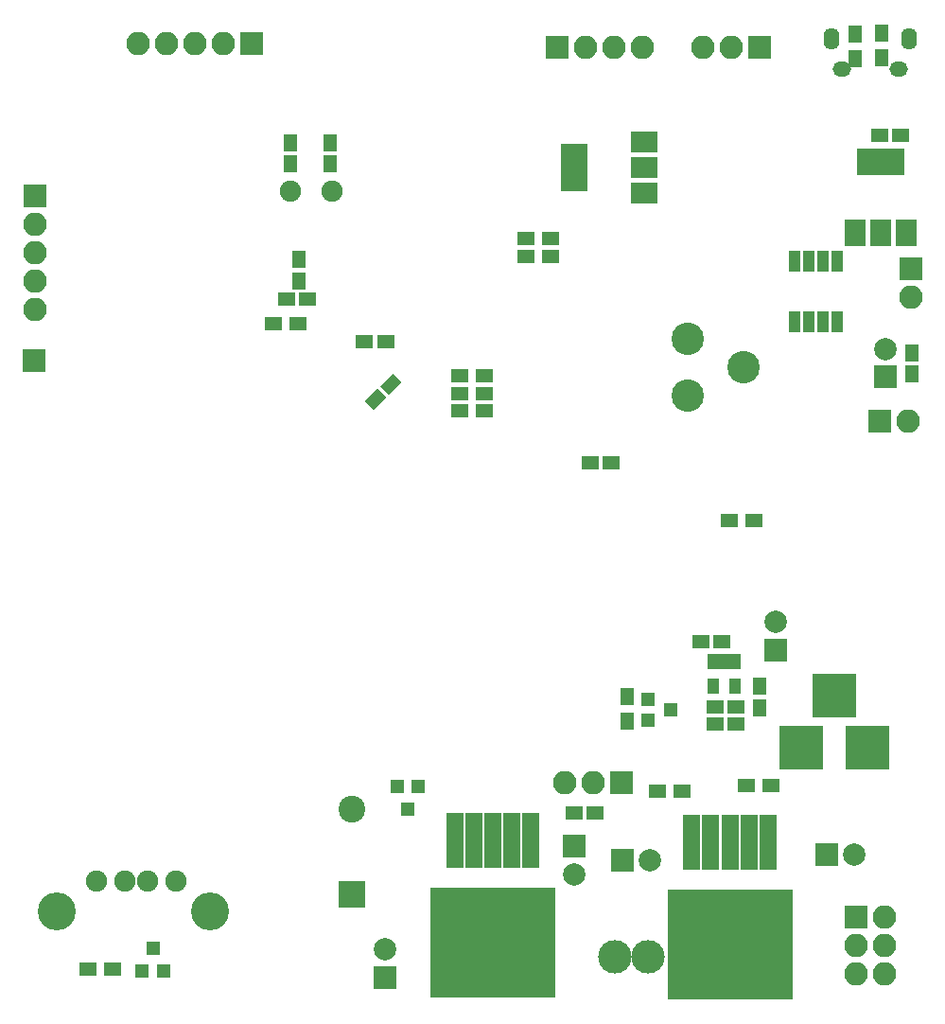
<source format=gbr>
G04 #@! TF.FileFunction,Soldermask,Bot*
%FSLAX46Y46*%
G04 Gerber Fmt 4.6, Leading zero omitted, Abs format (unit mm)*
G04 Created by KiCad (PCBNEW 4.0.5) date 06/08/18 20:03:19*
%MOMM*%
%LPD*%
G01*
G04 APERTURE LIST*
%ADD10C,0.100000*%
%ADD11R,3.900000X3.900000*%
%ADD12R,1.200000X1.300000*%
%ADD13R,1.300000X1.200000*%
%ADD14R,1.500000X5.000000*%
%ADD15R,11.200000X9.800000*%
%ADD16R,2.000000X2.000000*%
%ADD17C,2.000000*%
%ADD18R,1.050000X1.460000*%
%ADD19R,2.100000X2.100000*%
%ADD20O,2.100000X2.100000*%
%ADD21R,2.400000X4.200000*%
%ADD22R,2.400000X1.900000*%
%ADD23R,4.200000X2.400000*%
%ADD24R,1.900000X2.400000*%
%ADD25R,1.600000X1.150000*%
%ADD26R,1.150000X1.600000*%
%ADD27C,3.000000*%
%ADD28O,1.650000X1.350000*%
%ADD29O,1.400000X1.950000*%
%ADD30R,1.600000X1.300000*%
%ADD31R,1.300000X1.600000*%
%ADD32C,1.900000*%
%ADD33C,3.400000*%
%ADD34R,1.000000X1.950000*%
%ADD35C,2.900000*%
%ADD36R,2.400000X2.400000*%
%ADD37C,2.400000*%
G04 APERTURE END LIST*
D10*
D11*
X181356000Y-127381000D03*
X187356000Y-127381000D03*
X184356000Y-122681000D03*
D12*
X145227000Y-130826000D03*
X147127000Y-130826000D03*
X146177000Y-132826000D03*
D13*
X167700000Y-124900000D03*
X167700000Y-123000000D03*
X169700000Y-123950000D03*
D14*
X150400000Y-135625000D03*
X152100000Y-135625000D03*
X153800000Y-135625000D03*
X155500000Y-135625000D03*
X157200000Y-135625000D03*
D15*
X153800000Y-144775000D03*
D16*
X144151000Y-147872000D03*
D17*
X144151000Y-145372000D03*
D16*
X161036000Y-136144000D03*
D17*
X161036000Y-138644000D03*
D16*
X179070000Y-118618000D03*
D17*
X179070000Y-116118000D03*
D18*
X173548000Y-119677000D03*
X174498000Y-119677000D03*
X175448000Y-119677000D03*
X175448000Y-121877000D03*
X173548000Y-121877000D03*
D19*
X159519000Y-64654000D03*
D20*
X162059000Y-64654000D03*
X164599000Y-64654000D03*
X167139000Y-64654000D03*
D21*
X161061000Y-75438000D03*
D22*
X167361000Y-75438000D03*
X167361000Y-77738000D03*
X167361000Y-73138000D03*
D19*
X191250000Y-84500000D03*
D20*
X191250000Y-87040000D03*
D14*
X171606000Y-135830000D03*
X173306000Y-135830000D03*
X175006000Y-135830000D03*
X176706000Y-135830000D03*
X178406000Y-135830000D03*
D15*
X175006000Y-144980000D03*
D23*
X188500000Y-74950000D03*
D24*
X188500000Y-81250000D03*
X186200000Y-81250000D03*
X190800000Y-81250000D03*
D19*
X177680000Y-64654000D03*
D20*
X175140000Y-64654000D03*
X172600000Y-64654000D03*
D25*
X137200000Y-87250000D03*
X135300000Y-87250000D03*
X142306000Y-91059000D03*
X144206000Y-91059000D03*
X161050000Y-133200000D03*
X162950000Y-133200000D03*
X173675000Y-125222000D03*
X175575000Y-125222000D03*
D16*
X183642000Y-136906000D03*
D17*
X186142000Y-136906000D03*
D16*
X165354000Y-137414000D03*
D17*
X167854000Y-137414000D03*
D25*
X190314000Y-72528000D03*
X188414000Y-72528000D03*
X162499000Y-101854000D03*
X164399000Y-101854000D03*
X172405000Y-117856000D03*
X174305000Y-117856000D03*
D26*
X177673000Y-121859000D03*
X177673000Y-123759000D03*
X135636000Y-73218000D03*
X135636000Y-75118000D03*
X139192000Y-73218000D03*
X139192000Y-75118000D03*
D25*
X173675000Y-123698000D03*
X175575000Y-123698000D03*
D19*
X165300000Y-130500000D03*
D20*
X162760000Y-130500000D03*
X160220000Y-130500000D03*
D27*
X164719000Y-146050000D03*
X167719000Y-146050000D03*
D28*
X190079000Y-66628000D03*
X185079000Y-66628000D03*
D29*
X191079000Y-63928000D03*
X184079000Y-63928000D03*
D30*
X117550000Y-147140000D03*
X119750000Y-147140000D03*
X152992000Y-94107000D03*
X150792000Y-94107000D03*
X150792000Y-97218500D03*
X152992000Y-97218500D03*
X152992000Y-95694500D03*
X150792000Y-95694500D03*
D31*
X186182000Y-65743000D03*
X186182000Y-63543000D03*
D30*
X174922000Y-107061000D03*
X177122000Y-107061000D03*
D31*
X188560000Y-63390000D03*
X188560000Y-65590000D03*
D30*
X136355000Y-89408000D03*
X134155000Y-89408000D03*
D31*
X165850000Y-125000000D03*
X165850000Y-122800000D03*
D32*
X135636000Y-77533500D03*
X139436000Y-77533500D03*
D10*
G36*
X144830850Y-93855977D02*
X145644023Y-94669150D01*
X144512652Y-95800521D01*
X143699479Y-94987348D01*
X144830850Y-93855977D01*
X144830850Y-93855977D01*
G37*
G36*
X143487348Y-95199479D02*
X144300521Y-96012652D01*
X143169150Y-97144023D01*
X142355977Y-96330850D01*
X143487348Y-95199479D01*
X143487348Y-95199479D01*
G37*
D26*
X136398000Y-85582800D03*
X136398000Y-83682800D03*
X191262000Y-93914000D03*
X191262000Y-92014000D03*
D32*
X125460000Y-139280000D03*
X122920000Y-139280000D03*
X120890000Y-139280000D03*
X118350000Y-139280000D03*
D33*
X128510000Y-141950000D03*
X114790000Y-141950000D03*
D19*
X112776000Y-77978000D03*
D20*
X112776000Y-80518000D03*
X112776000Y-83058000D03*
X112776000Y-85598000D03*
X112776000Y-88138000D03*
D19*
X188430000Y-98150000D03*
D20*
X190970000Y-98150000D03*
D19*
X112750000Y-92750000D03*
D12*
X124310000Y-147290000D03*
X122410000Y-147290000D03*
X123360000Y-145290000D03*
D34*
X180795000Y-83800000D03*
X182065000Y-83800000D03*
X183335000Y-83800000D03*
X184605000Y-83800000D03*
X184605000Y-89200000D03*
X183335000Y-89200000D03*
X182065000Y-89200000D03*
X180795000Y-89200000D03*
D19*
X186300000Y-142500000D03*
D20*
X188840000Y-142500000D03*
X186300000Y-145040000D03*
X188840000Y-145040000D03*
X186300000Y-147580000D03*
X188840000Y-147580000D03*
D30*
X156761000Y-81788000D03*
X158961000Y-81788000D03*
X156761000Y-83439000D03*
X158961000Y-83439000D03*
D35*
X176236000Y-93305000D03*
X171196000Y-95805000D03*
X171196000Y-90805000D03*
D19*
X132207000Y-64389000D03*
D20*
X129667000Y-64389000D03*
X127127000Y-64389000D03*
X124587000Y-64389000D03*
X122047000Y-64389000D03*
D16*
X188940000Y-94160000D03*
D17*
X188940000Y-91660000D03*
D36*
X141200000Y-140470000D03*
D37*
X141200000Y-132870000D03*
D30*
X176450000Y-130750000D03*
X178650000Y-130750000D03*
X168500000Y-131200000D03*
X170700000Y-131200000D03*
M02*

</source>
